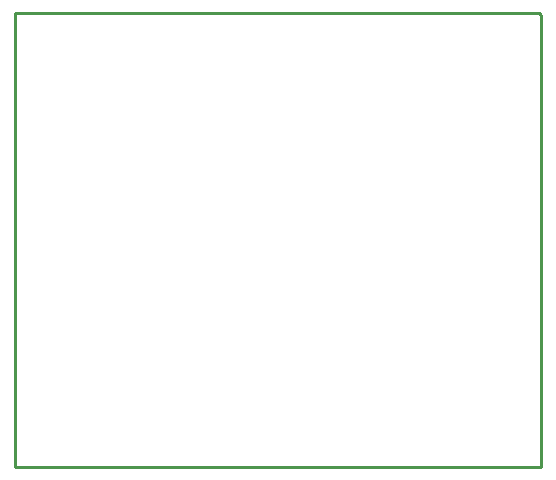
<source format=gko>
G04 Layer_Color=16711935*
%FSAX25Y25*%
%MOIN*%
G70*
G01*
G75*
%ADD26C,0.01000*%
D26*
X0263000Y0107400D02*
Y0258600D01*
Y0107400D02*
X0263200Y0107200D01*
X0438300D01*
X0438500Y0107400D01*
Y0258000D01*
X0437900Y0258600D02*
X0438500Y0258000D01*
X0263000Y0258600D02*
X0437900D01*
M02*

</source>
